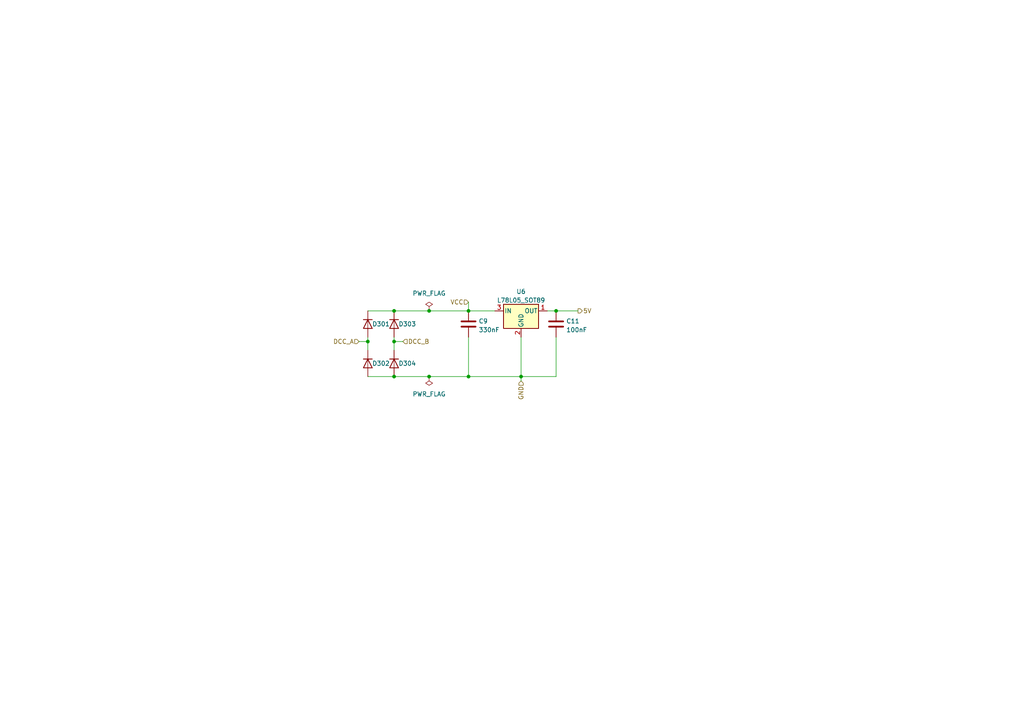
<source format=kicad_sch>
(kicad_sch (version 20230121) (generator eeschema)
  (paper "A4")
  (lib_symbols
    (symbol "Device:C" (pin_numbers hide) (pin_names (offset 0.254))
      (property "Reference" "C" (at 0.635 2.54 0))
      (property "Value" "C" (at 0.635 -2.54 0))
      (symbol "C_0_1"
        (polyline (pts (xy -2.032 -0.762) (xy 2.032 -0.762)) (stroke (width 0.508)))
        (polyline (pts (xy -2.032 0.762) (xy 2.032 0.762)) (stroke (width 0.508)))
      )
      (symbol "C_1_1"
        (pin passive line (at 0 3.81 270) (length 2.794) (name "~") (number "1"))
        (pin passive line (at 0 -3.81 90) (length 2.794) (name "~") (number "2"))
      )
    )
    (symbol "Regulator_Linear:L78L05_SOT89" (pin_names (offset 0.254))
      (property "Reference" "U" (at -3.81 3.175 0))
      (property "Value" "L78L05_SOT89" (at -0.635 3.175 0))
      (symbol "L78L05_SOT89_0_1"
        (rectangle (start -5.08 1.905) (end 5.08 -5.08) (stroke (width 0.254)) (fill (type background)))
      )
      (symbol "L78L05_SOT89_1_1"
        (pin power_out line (at 7.62 0 180) (length 2.54) (name "OUT") (number "1"))
        (pin power_in line (at 0 -7.62 90) (length 2.54) (name "GND") (number "2"))
        (pin power_in line (at -7.62 0 0) (length 2.54) (name "IN") (number "3"))
      )
    )
    (symbol "custom_kicad_lib_sk:1N4148WS" (pin_numbers hide) (pin_names hide)
      (property "Reference" "D" (at 0 2.54 0))
      (property "Value" "1N4148WS" (at 0 -2.54 0))
      (symbol "1N4148WS_0_1"
        (polyline (pts (xy -1.27 1.27) (xy -1.27 -1.27)) (stroke (width 0.254)))
        (polyline (pts (xy 1.27 0) (xy -1.27 0)))
        (polyline (pts (xy 1.27 1.27) (xy 1.27 -1.27) (xy -1.27 0) (xy 1.27 1.27)) (stroke (width 0.254)))
      )
      (symbol "1N4148WS_1_1"
        (pin passive line (at -3.81 0 0) (length 2.54) (name "K") (number "1"))
        (pin passive line (at 3.81 0 180) (length 2.54) (name "A") (number "2"))
      )
    )
    (symbol "power:PWR_FLAG" (power) (pin_numbers hide) (pin_names (offset 0) hide)
      (property "Value" "PWR_FLAG" (at 0 3.81 0))
      (symbol "PWR_FLAG_0_0"
        (pin power_out line (at 0 0 90) (length 0) (name "pwr") (number "1"))
      )
      (symbol "PWR_FLAG_0_1"
        (polyline (pts (xy 0 0) (xy 0 1.27) (xy -1.016 1.905) (xy 0 2.54) (xy 1.016 1.905) (xy 0 1.27)))
      )
    )
  )
  (junction (at 161.29 90.17))
  (junction (at 135.89 109.22))
  (junction (at 114.3 99.06))
  (junction (at 135.89 90.17))
  (junction (at 106.68 99.06))
  (junction (at 151.13 109.22))
  (junction (at 114.3 109.22))
  (junction (at 124.46 90.17))
  (junction (at 124.46 109.22))
  (junction (at 114.3 90.17))
  (wire (pts (xy 135.89 90.17) (xy 143.51 90.17)))
  (wire (pts (xy 135.89 109.22) (xy 151.13 109.22)))
  (wire (pts (xy 104.14 99.06) (xy 106.68 99.06)))
  (wire (pts (xy 151.13 109.22) (xy 161.29 109.22)))
  (wire (pts (xy 114.3 97.79) (xy 114.3 99.06)))
  (wire (pts (xy 161.29 109.22) (xy 161.29 97.79)))
  (wire (pts (xy 116.84 99.06) (xy 114.3 99.06)))
  (wire (pts (xy 151.13 97.79) (xy 151.13 109.22)))
  (wire (pts (xy 106.68 99.06) (xy 106.68 101.6)))
  (wire (pts (xy 124.46 109.22) (xy 135.89 109.22)))
  (wire (pts (xy 106.68 90.17) (xy 114.3 90.17)))
  (wire (pts (xy 151.13 110.49) (xy 151.13 109.22)))
  (wire (pts (xy 124.46 90.17) (xy 135.89 90.17)))
  (wire (pts (xy 114.3 90.17) (xy 124.46 90.17)))
  (wire (pts (xy 135.89 97.79) (xy 135.89 109.22)))
  (wire (pts (xy 114.3 99.06) (xy 114.3 101.6)))
  (wire (pts (xy 106.68 109.22) (xy 114.3 109.22)))
  (wire (pts (xy 106.68 97.79) (xy 106.68 99.06)))
  (wire (pts (xy 114.3 109.22) (xy 124.46 109.22)))
  (wire (pts (xy 158.75 90.17) (xy 161.29 90.17)))
  (wire (pts (xy 161.29 90.17) (xy 167.64 90.17)))
  (wire (pts (xy 135.89 87.63) (xy 135.89 90.17)))
  (hierarchical_label "GND" (shape input) (at 151.13 110.49 270))
  (hierarchical_label "5V" (shape output) (at 167.64 90.17 0))
  (hierarchical_label "DCC_A" (shape input) (at 104.14 99.06 180))
  (hierarchical_label "VCC" (shape input) (at 135.89 87.63 180))
  (hierarchical_label "DCC_B" (shape input) (at 116.84 99.06 0))
  (symbol (lib_id "Device:C") (at 161.29 93.98 0) (unit 1)
    (property "Reference" "C11" (at 164.211 93.1453 0) (effects (justify left)))
    (property "Value" "100nF" (at 164.211 95.6822 0) (effects (justify left)))
    (property "Footprint" "Capacitor_SMD:C_0402_1005Metric" (effects hide))
    (property "JLCPCB Part#" "C14663" (effects hide))
    (instances (project "" (path "" (reference "C11") (unit 1))) (project "pantoGraph" (path "" (reference "C302") (unit 1))))
  )
  (symbol (lib_id "custom_kicad_lib_sk:1N4148WS") (at 106.68 93.98 270) (unit 1)
    (property "Reference" "D301" (at 107.95 93.98 90) (effects (justify left)))
    (property "Value" "1N4148WS" (effects hide))
    (property "Footprint" "Diode_SMD:D_SOD-323" (effects hide))
    (property "Datasheet" "https://www.vishay.com/docs/85751/1n4148ws.pdf" (effects hide))
    (property "Sim.Device" "D" (effects hide))
    (property "Sim.Pins" "1=K 2=A" (effects hide))
    (property "JLCPCB Part#" "C2128" (effects hide))
  )
  (symbol (lib_id "Regulator_Linear:L78L05_SOT89") (at 151.13 90.17 0) (unit 1)
    (property "Reference" "U6" (at 151.13 84.5652 0))
    (property "Value" "L78L05_SOT89" (at 151.13 87.1021 0))
    (property "Footprint" "Package_TO_SOT_SMD:SOT-89-3" (effects hide))
    (property "Datasheet" "http://www.st.com/content/ccc/resource/technical/document/datasheet/15/55/e5/aa/23/5b/43/fd/CD00000446.pdf/files/CD00000446.pdf/jcr:content/translations/en.CD00000446.pdf" (effects hide))
    (property "JLCPCB Part#" "C71136" (effects hide))
    (instances (project "" (path "" (reference "U6") (unit 1))) (project "pantoGraph" (path "" (reference "U301") (unit 1))))
  )
  (symbol (lib_id "custom_kicad_lib_sk:1N4148WS") (at 114.3 93.98 270) (unit 1)
    (property "Reference" "D303" (at 115.57 93.98 90) (effects (justify left)))
    (property "Value" "1N4148WS" (effects hide))
    (property "Footprint" "Diode_SMD:D_SOD-323" (effects hide))
    (property "Datasheet" "https://www.vishay.com/docs/85751/1n4148ws.pdf" (effects hide))
    (property "Sim.Device" "D" (effects hide))
    (property "Sim.Pins" "1=K 2=A" (effects hide))
    (property "JLCPCB Part#" "C2128" (effects hide))
  )
  (symbol (lib_id "custom_kicad_lib_sk:1N4148WS") (at 114.3 105.41 270) (unit 1)
    (property "Reference" "D304" (at 115.57 105.41 90) (effects (justify left)))
    (property "Value" "1N4148WS" (effects hide))
    (property "Footprint" "Diode_SMD:D_SOD-323" (effects hide))
    (property "Datasheet" "https://www.vishay.com/docs/85751/1n4148ws.pdf" (effects hide))
    (property "Sim.Device" "D" (effects hide))
    (property "Sim.Pins" "1=K 2=A" (effects hide))
    (property "JLCPCB Part#" "C2128" (effects hide))
  )
  (symbol (lib_id "custom_kicad_lib_sk:1N4148WS") (at 106.68 105.41 270) (unit 1)
    (property "Reference" "D302" (at 107.95 105.41 90) (effects (justify left)))
    (property "Value" "1N4148WS" (effects hide))
    (property "Footprint" "Diode_SMD:D_SOD-323" (effects hide))
    (property "Datasheet" "https://www.vishay.com/docs/85751/1n4148ws.pdf" (effects hide))
    (property "Sim.Device" "D" (effects hide))
    (property "Sim.Pins" "1=K 2=A" (effects hide))
    (property "JLCPCB Part#" "C2128" (effects hide))
  )
  (symbol (lib_id "Device:C") (at 135.89 93.98 0) (unit 1)
    (property "Reference" "C9" (at 138.811 93.1453 0) (effects (justify left)))
    (property "Value" "330nF" (at 138.811 95.6822 0) (effects (justify left)))
    (property "Footprint" "Capacitor_SMD:C_0402_1005Metric" (effects hide))
    (property "JLCPCB Part#" "C1615" (effects hide))
    (instances (project "" (path "" (reference "C9") (unit 1))) (project "pantoGraph" (path "" (reference "C301") (unit 1))))
  )
  (symbol (lib_id "power:PWR_FLAG") (at 124.46 90.17 0) (unit 1)
    (property "Reference" "#FLG0301" (effects hide))
    (property "Value" "PWR_FLAG" (at 124.46 85.09 0))
  )
  (symbol (lib_id "power:PWR_FLAG") (at 124.46 109.22 180) (unit 1)
    (property "Reference" "#FLG0302" (effects hide))
    (property "Value" "PWR_FLAG" (at 124.46 114.3 0))
  )
)
</source>
